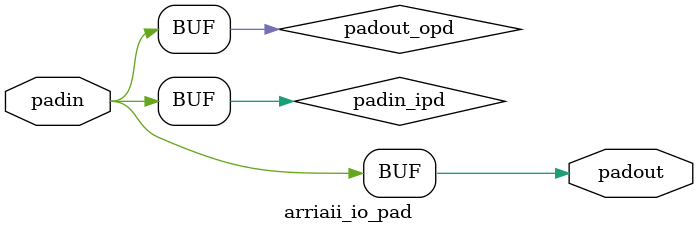
<source format=v>
module arriaii_io_pad ( 
		      padin, 
                      padout
	            );
parameter lpm_type = "arriaii_io_pad";
input padin; 
output padout;
wire padin_ipd;
wire padout_opd;
buf padin_buf  (padin_ipd,padin);
assign padout_opd = padin_ipd;
buf padout_buf (padout, padout_opd);
endmodule
</source>
